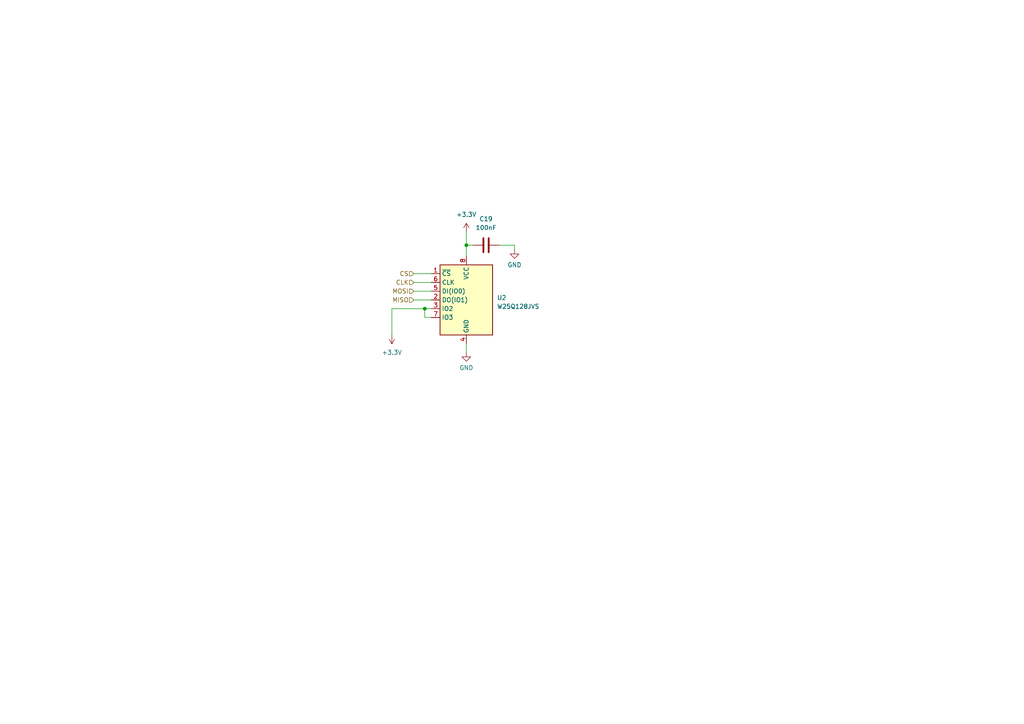
<source format=kicad_sch>
(kicad_sch (version 20231120) (generator "eeschema") (generator_version "8.0")
  (paper "A4")
  (lib_symbols
    (symbol "Device:C" (pin_numbers hide) (pin_names (offset 0.254))
      (property "Reference" "C" (at 0.635 2.54 0))
      (property "Value" "C" (at 0.635 -2.54 0))
      (symbol "C_0_1"
        (polyline (pts (xy -2.032 -0.762) (xy 2.032 -0.762)) (stroke (width 0.508)))
        (polyline (pts (xy -2.032 0.762) (xy 2.032 0.762)) (stroke (width 0.508)))
      )
      (symbol "C_1_1"
        (pin passive line (at 0 3.81 270) (length 2.794) (name "~") (number "1"))
        (pin passive line (at 0 -3.81 90) (length 2.794) (name "~") (number "2"))
      )
    )
    (symbol "Memory_Flash:W25Q128JVS"
      (property "Reference" "U" (at -8.89 8.89 0))
      (property "Value" "W25Q128JVS" (at 7.62 8.89 0))
      (symbol "W25Q128JVS_0_1"
        (rectangle (start -7.62 10.16) (end 7.62 -10.16) (stroke (width 0.254)) (fill (type background)))
      )
      (symbol "W25Q128JVS_1_1"
        (pin input line (at -10.16 7.62 0) (length 2.54) (name "~{CS}") (number "1"))
        (pin bidirectional line (at -10.16 0 0) (length 2.54) (name "DO(IO1)") (number "2"))
        (pin bidirectional line (at -10.16 -2.54 0) (length 2.54) (name "IO2") (number "3"))
        (pin power_in line (at 0 -12.7 90) (length 2.54) (name "GND") (number "4"))
        (pin bidirectional line (at -10.16 2.54 0) (length 2.54) (name "DI(IO0)") (number "5"))
        (pin input line (at -10.16 5.08 0) (length 2.54) (name "CLK") (number "6"))
        (pin bidirectional line (at -10.16 -5.08 0) (length 2.54) (name "IO3") (number "7"))
        (pin power_in line (at 0 12.7 270) (length 2.54) (name "VCC") (number "8"))
      )
    )
    (symbol "power:+3.3V" (power) (pin_names (offset 0))
      (property "Value" "+3.3V" (at 0 3.556 0))
      (symbol "+3.3V_0_1"
        (polyline (pts (xy -0.762 1.27) (xy 0 2.54)))
        (polyline (pts (xy 0 0) (xy 0 2.54)))
        (polyline (pts (xy 0 2.54) (xy 0.762 1.27)))
      )
      (symbol "+3.3V_1_1"
        (pin power_in line (at 0 0 90) (length 0) hide (name "+3.3V") (number "1"))
      )
    )
    (symbol "power:GND" (power) (pin_names (offset 0))
      (property "Value" "GND" (at 0 -3.81 0))
      (symbol "GND_0_1"
        (polyline (pts (xy 0 0) (xy 0 -1.27) (xy 1.27 -1.27) (xy 0 -2.54) (xy -1.27 -1.27) (xy 0 -1.27)))
      )
      (symbol "GND_1_1"
        (pin power_in line (at 0 0 270) (length 0) hide (name "GND") (number "1"))
      )
    )
  )
  (junction (at 135.255 71.12))
  (junction (at 123.19 89.535))
  (wire (pts (xy 120.015 79.375) (xy 125.095 79.375)))
  (wire (pts (xy 113.665 97.155) (xy 113.665 89.535)))
  (wire (pts (xy 135.255 67.31) (xy 135.255 71.12)))
  (wire (pts (xy 120.015 84.455) (xy 125.095 84.455)))
  (wire (pts (xy 113.665 89.535) (xy 123.19 89.535)))
  (wire (pts (xy 135.255 71.12) (xy 135.255 74.295)))
  (wire (pts (xy 123.19 89.535) (xy 125.095 89.535)))
  (wire (pts (xy 135.255 71.12) (xy 137.16 71.12)))
  (wire (pts (xy 144.78 71.12) (xy 149.225 71.12)))
  (wire (pts (xy 120.015 81.915) (xy 125.095 81.915)))
  (wire (pts (xy 123.19 92.075) (xy 123.19 89.535)))
  (wire (pts (xy 120.015 86.995) (xy 125.095 86.995)))
  (wire (pts (xy 135.255 99.695) (xy 135.255 102.235)))
  (wire (pts (xy 149.225 71.12) (xy 149.225 72.39)))
  (wire (pts (xy 125.095 92.075) (xy 123.19 92.075)))
  (hierarchical_label "CS" (shape input) (at 120.015 79.375 180))
  (hierarchical_label "MOSI" (shape input) (at 120.015 84.455 180))
  (hierarchical_label "CLK" (shape input) (at 120.015 81.915 180))
  (hierarchical_label "MISO" (shape input) (at 120.015 86.995 180))
  (symbol (lib_id "Memory_Flash:W25Q128JVS") (at 135.255 86.995 0) (unit 1)
    (property "Reference" "U2" (at 144.145 86.36 0) (effects (justify left)))
    (property "Value" "W25Q128JVS" (at 144.145 88.9 0) (effects (justify left)))
    (property "Footprint" "Package_SO:SOIC-8_5.23x5.23mm_P1.27mm" (effects (hide yes)))
    (property "Datasheet" "http://www.winbond.com/resource-files/w25q128jv_dtr%20revc%2003272018%20plus.pdf" (effects (hide yes)))
    (instances (project "DeskSandGlass" (path "" (reference "U2") (unit 1))) (project "MicroFlightController-v2" (path "" (reference "U4") (unit 1))) (project "rp2040_default_schematic" (path "" (reference "U2") (unit 1))))
  )
  (symbol (lib_id "Device:C") (at 140.97 71.12 90) (unit 1)
    (property "Reference" "C19" (at 140.97 63.5 90))
    (property "Value" "100nF" (at 140.97 66.04 90))
    (property "Footprint" "Capacitor_SMD:C_0402_1005Metric" (effects (hide yes)))
  )
  (symbol (lib_id "power:+3.3V") (at 135.255 67.31 0) (unit 1)
    (property "Reference" "#PWR034" (effects (hide yes)))
    (property "Value" "+3.3V" (at 135.255 62.23 0))
  )
  (symbol (lib_id "power:GND") (at 149.225 72.39 0) (unit 1)
    (property "Reference" "#PWR036" (effects (hide yes)))
    (property "Value" "GND" (at 149.225 76.835 0))
  )
  (symbol (lib_id "power:GND") (at 135.255 102.235 0) (unit 1)
    (property "Reference" "#PWR035" (effects (hide yes)))
    (property "Value" "GND" (at 135.255 106.68 0))
  )
  (symbol (lib_id "power:+3.3V") (at 113.665 97.155 180) (unit 1)
    (property "Reference" "#PWR033" (effects (hide yes)))
    (property "Value" "+3.3V" (at 113.665 102.235 0))
  )
)
</source>
